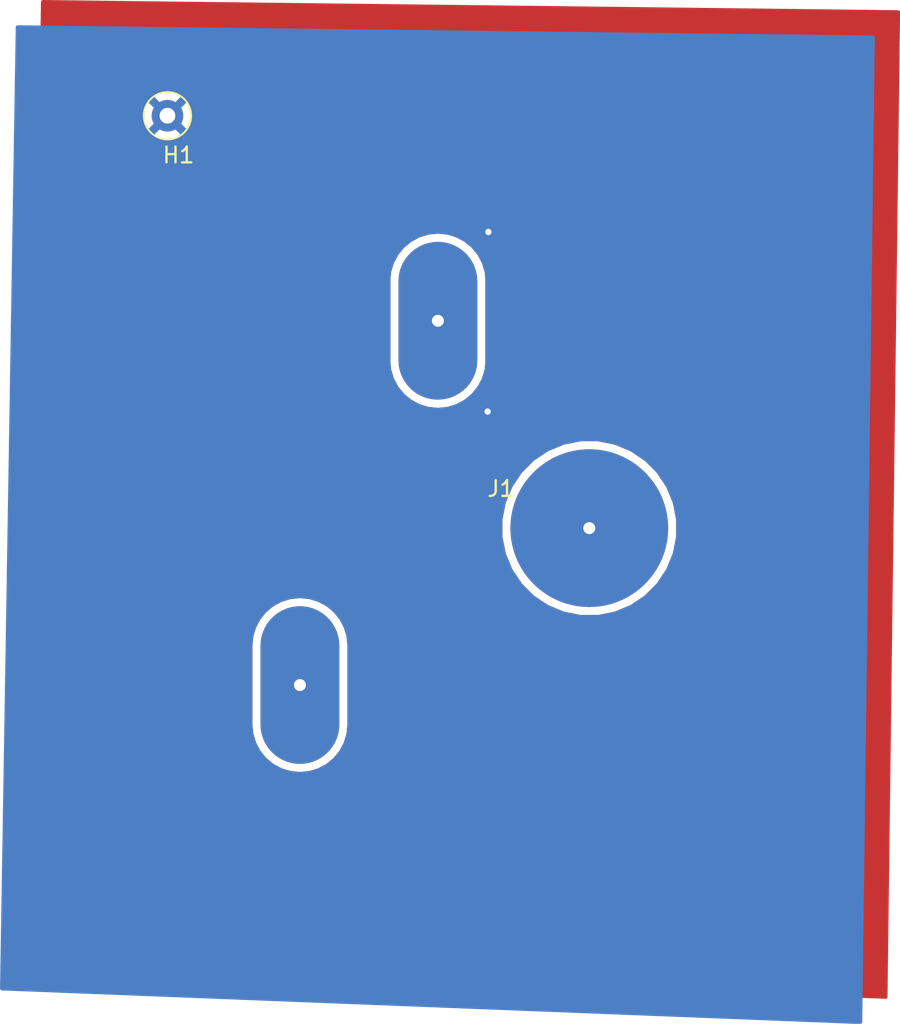
<source format=kicad_pcb>
(kicad_pcb (version 20171130) (host pcbnew "(5.1.4-62-g8d04d3903)-1")

  (general
    (thickness 1.6)
    (drawings 0)
    (tracks 2)
    (zones 0)
    (modules 2)
    (nets 5)
  )

  (page A4)
  (layers
    (0 F.Cu signal)
    (31 B.Cu signal)
    (32 B.Adhes user)
    (33 F.Adhes user)
    (34 B.Paste user)
    (35 F.Paste user)
    (36 B.SilkS user)
    (37 F.SilkS user)
    (38 B.Mask user)
    (39 F.Mask user)
    (40 Dwgs.User user)
    (41 Cmts.User user)
    (42 Eco1.User user)
    (43 Eco2.User user)
    (44 Edge.Cuts user)
    (45 Margin user)
    (46 B.CrtYd user)
    (47 F.CrtYd user)
    (48 B.Fab user)
    (49 F.Fab user)
  )

  (setup
    (last_trace_width 0.25)
    (trace_clearance 0.2)
    (zone_clearance 0.508)
    (zone_45_only no)
    (trace_min 0.2)
    (via_size 0.8)
    (via_drill 0.4)
    (via_min_size 0.4)
    (via_min_drill 0.3)
    (uvia_size 0.3)
    (uvia_drill 0.1)
    (uvias_allowed no)
    (uvia_min_size 0.2)
    (uvia_min_drill 0.1)
    (edge_width 0.1)
    (segment_width 0.2)
    (pcb_text_width 0.3)
    (pcb_text_size 1.5 1.5)
    (mod_edge_width 0.15)
    (mod_text_size 1 1)
    (mod_text_width 0.15)
    (pad_size 3.302 3.302)
    (pad_drill 2.54)
    (pad_to_mask_clearance 0)
    (aux_axis_origin 0 0)
    (visible_elements 7FFFFFFF)
    (pcbplotparams
      (layerselection 0x010fc_ffffffff)
      (usegerberextensions false)
      (usegerberattributes false)
      (usegerberadvancedattributes false)
      (creategerberjobfile false)
      (excludeedgelayer true)
      (linewidth 0.100000)
      (plotframeref false)
      (viasonmask false)
      (mode 1)
      (useauxorigin false)
      (hpglpennumber 1)
      (hpglpenspeed 20)
      (hpglpendiameter 15.000000)
      (psnegative false)
      (psa4output false)
      (plotreference true)
      (plotvalue true)
      (plotinvisibletext false)
      (padsonsilk false)
      (subtractmaskfromsilk false)
      (outputformat 1)
      (mirror false)
      (drillshape 1)
      (scaleselection 1)
      (outputdirectory ""))
  )

  (net 0 "")
  (net 1 "Net-(J1-Pad3)")
  (net 2 "Net-(J1-Pad2)")
  (net 3 "Net-(J1-Pad1)")
  (net 4 GND)

  (net_class Default "This is the default net class."
    (clearance 0.2)
    (trace_width 0.25)
    (via_dia 0.8)
    (via_drill 0.4)
    (uvia_dia 0.3)
    (uvia_drill 0.1)
    (add_net GND)
    (add_net "Net-(J1-Pad1)")
    (add_net "Net-(J1-Pad2)")
    (add_net "Net-(J1-Pad3)")
  )

  (module TestPoint:TestPoint_Loop_D1.80mm_Drill1.0mm_Beaded (layer F.Cu) (tedit 5A0F774F) (tstamp 5D730DDC)
    (at 149.19 44.11)
    (descr "wire loop with bead as test point, loop diameter 1.8mm, hole diameter 1.0mm")
    (tags "test point wire loop bead")
    (path /5D72CC7E)
    (fp_text reference H1 (at 0.7 2.5) (layer F.SilkS)
      (effects (font (size 1 1) (thickness 0.15)))
    )
    (fp_text value MountingHole_Pad (at 0 -2.8) (layer F.Fab)
      (effects (font (size 1 1) (thickness 0.15)))
    )
    (fp_text user %R (at 0.7 2.5) (layer F.Fab)
      (effects (font (size 1 1) (thickness 0.15)))
    )
    (fp_circle (center 0 0) (end 1.3 0) (layer F.Fab) (width 0.12))
    (fp_line (start -0.9 0.2) (end -0.9 -0.2) (layer F.Fab) (width 0.12))
    (fp_line (start 0.9 0.2) (end -0.9 0.2) (layer F.Fab) (width 0.12))
    (fp_line (start 0.9 -0.2) (end 0.9 0.2) (layer F.Fab) (width 0.12))
    (fp_line (start -0.9 -0.2) (end 0.9 -0.2) (layer F.Fab) (width 0.12))
    (fp_circle (center 0 0) (end 1.5 0) (layer F.SilkS) (width 0.12))
    (fp_circle (center 0 0) (end 1.8 0) (layer F.CrtYd) (width 0.05))
    (pad 1 thru_hole circle (at 0 0) (size 2 2) (drill 1) (layers *.Cu *.Mask)
      (net 4 GND))
    (model ${KISYS3DMOD}/TestPoint.3dshapes/TestPoint_Loop_D1.80mm_Drill1.0mm_Beaded.wrl
      (at (xyz 0 0 0))
      (scale (xyz 1 1 1))
      (rotate (xyz 0 0 0))
    )
  )

  (module test:severalpads (layer F.Cu) (tedit 5D72BCBB) (tstamp 5D730CF6)
    (at 170.34 67.26)
    (path /5D72C24E)
    (fp_text reference J1 (at 0 0.5) (layer F.SilkS)
      (effects (font (size 1 1) (thickness 0.15)))
    )
    (fp_text value Conn_01x03_Female (at 0 -0.5) (layer F.Fab)
      (effects (font (size 1 1) (thickness 0.15)))
    )
    (pad 3 thru_hole roundrect (at -12.75 12.95) (size 5 10) (drill 0.762) (layers *.Cu *.Mask) (roundrect_rratio 0.5)
      (net 1 "Net-(J1-Pad3)"))
    (pad 2 thru_hole circle (at 5.6 3) (size 10 10) (drill 0.762) (layers *.Cu *.Mask)
      (net 2 "Net-(J1-Pad2)"))
    (pad 1 thru_hole oval (at -4 -10.15) (size 5 10) (drill 0.762) (layers *.Cu *.Mask)
      (net 3 "Net-(J1-Pad1)"))
  )

  (via (at 169.54 51.48) (size 0.8) (drill 0.4) (layers F.Cu B.Cu) (net 4))
  (via (at 169.49 62.87) (size 0.8) (drill 0.4) (layers F.Cu B.Cu) (net 4))

  (zone (net 4) (net_name GND) (layer F.Cu) (tstamp 0) (hatch edge 0.508)
    (connect_pads (clearance 0.508))
    (min_thickness 0.254)
    (fill yes (arc_segments 32) (thermal_gap 0.508) (thermal_bridge_width 0.508))
    (polygon
      (pts
        (xy 141.17 36.77) (xy 195.65 37.42) (xy 194.85 100.11) (xy 140.17 97.97)
      )
    )
    (filled_polygon
      (pts
        (xy 195.521388 37.545475) (xy 194.724674 99.977998) (xy 140.299011 97.847952) (xy 140.628062 77.71) (xy 154.451927 77.71)
        (xy 154.451927 82.71) (xy 154.512224 83.322207) (xy 154.690799 83.910888) (xy 154.980787 84.453419) (xy 155.371047 84.928952)
        (xy 155.84658 85.319212) (xy 156.389111 85.6092) (xy 156.977792 85.787775) (xy 157.589999 85.848072) (xy 157.590001 85.848072)
        (xy 158.202208 85.787775) (xy 158.790889 85.6092) (xy 159.33342 85.319212) (xy 159.808953 84.928952) (xy 160.199213 84.453419)
        (xy 160.489201 83.910888) (xy 160.667776 83.322207) (xy 160.728073 82.71) (xy 160.728073 77.71) (xy 160.667776 77.097793)
        (xy 160.489201 76.509112) (xy 160.199213 75.966581) (xy 159.808953 75.491048) (xy 159.33342 75.100788) (xy 158.790889 74.8108)
        (xy 158.202208 74.632225) (xy 157.590001 74.571928) (xy 157.589999 74.571928) (xy 156.977792 74.632225) (xy 156.389111 74.8108)
        (xy 155.84658 75.100788) (xy 155.371047 75.491048) (xy 154.980787 75.966581) (xy 154.690799 76.509112) (xy 154.512224 77.097793)
        (xy 154.451927 77.71) (xy 140.628062 77.71) (xy 140.758862 69.705001) (xy 170.305 69.705001) (xy 170.305 70.814999)
        (xy 170.52155 71.903669) (xy 170.946328 72.929173) (xy 171.56301 73.852103) (xy 172.347897 74.63699) (xy 173.270827 75.253672)
        (xy 174.296331 75.67845) (xy 175.385001 75.895) (xy 176.494999 75.895) (xy 177.583669 75.67845) (xy 178.609173 75.253672)
        (xy 179.532103 74.63699) (xy 180.31699 73.852103) (xy 180.933672 72.929173) (xy 181.35845 71.903669) (xy 181.575 70.814999)
        (xy 181.575 69.705001) (xy 181.35845 68.616331) (xy 180.933672 67.590827) (xy 180.31699 66.667897) (xy 179.532103 65.88301)
        (xy 178.609173 65.266328) (xy 177.583669 64.84155) (xy 176.494999 64.625) (xy 175.385001 64.625) (xy 174.296331 64.84155)
        (xy 173.270827 65.266328) (xy 172.347897 65.88301) (xy 171.56301 66.667897) (xy 170.946328 67.590827) (xy 170.52155 68.616331)
        (xy 170.305 69.705001) (xy 140.758862 69.705001) (xy 141.008029 54.455999) (xy 163.205 54.455999) (xy 163.205001 59.764002)
        (xy 163.250363 60.224567) (xy 163.429625 60.815517) (xy 163.720732 61.36014) (xy 164.112496 61.837505) (xy 164.589861 62.229269)
        (xy 165.134484 62.520376) (xy 165.725434 62.699638) (xy 166.34 62.760168) (xy 166.954567 62.699638) (xy 167.545517 62.520376)
        (xy 168.09014 62.229269) (xy 168.567505 61.837505) (xy 168.959269 61.36014) (xy 169.250376 60.815517) (xy 169.429638 60.224567)
        (xy 169.475 59.764002) (xy 169.475 54.455998) (xy 169.429638 53.995433) (xy 169.250376 53.404483) (xy 168.959269 52.85986)
        (xy 168.567505 52.382495) (xy 168.090139 51.990731) (xy 167.545516 51.699624) (xy 166.954566 51.520362) (xy 166.34 51.459832)
        (xy 165.725433 51.520362) (xy 165.134483 51.699624) (xy 164.58986 51.990731) (xy 164.112495 52.382495) (xy 163.720731 52.859861)
        (xy 163.429624 53.404484) (xy 163.250362 53.995434) (xy 163.205 54.455999) (xy 141.008029 54.455999) (xy 141.158529 45.245413)
        (xy 148.234192 45.245413) (xy 148.329956 45.509814) (xy 148.619571 45.650704) (xy 148.931108 45.732384) (xy 149.252595 45.751718)
        (xy 149.571675 45.707961) (xy 149.876088 45.602795) (xy 150.050044 45.509814) (xy 150.145808 45.245413) (xy 149.19 44.289605)
        (xy 148.234192 45.245413) (xy 141.158529 45.245413) (xy 141.176059 44.172595) (xy 147.548282 44.172595) (xy 147.592039 44.491675)
        (xy 147.697205 44.796088) (xy 147.790186 44.970044) (xy 148.054587 45.065808) (xy 149.010395 44.11) (xy 149.369605 44.11)
        (xy 150.325413 45.065808) (xy 150.589814 44.970044) (xy 150.730704 44.680429) (xy 150.812384 44.368892) (xy 150.831718 44.047405)
        (xy 150.787961 43.728325) (xy 150.682795 43.423912) (xy 150.589814 43.249956) (xy 150.325413 43.154192) (xy 149.369605 44.11)
        (xy 149.010395 44.11) (xy 148.054587 43.154192) (xy 147.790186 43.249956) (xy 147.649296 43.539571) (xy 147.567616 43.851108)
        (xy 147.548282 44.172595) (xy 141.176059 44.172595) (xy 141.195634 42.974587) (xy 148.234192 42.974587) (xy 149.19 43.930395)
        (xy 150.145808 42.974587) (xy 150.050044 42.710186) (xy 149.760429 42.569296) (xy 149.448892 42.487616) (xy 149.127405 42.468282)
        (xy 148.808325 42.512039) (xy 148.503912 42.617205) (xy 148.329956 42.710186) (xy 148.234192 42.974587) (xy 141.195634 42.974587)
        (xy 141.294917 36.898499)
      )
    )
  )
  (zone (net 4) (net_name GND) (layer B.Cu) (tstamp 5D730E5F) (hatch edge 0.508)
    (connect_pads (clearance 0.508))
    (min_thickness 0.254)
    (fill yes (arc_segments 32) (thermal_gap 0.508) (thermal_bridge_width 0.508))
    (polygon
      (pts
        (xy 139.57 38.37) (xy 194.05 39.02) (xy 193.25 101.71) (xy 138.57 99.57)
      )
    )
    (filled_polygon
      (pts
        (xy 193.921388 39.145475) (xy 193.124674 101.577998) (xy 138.699011 99.447952) (xy 139.054206 77.71) (xy 154.451927 77.71)
        (xy 154.451927 82.71) (xy 154.512224 83.322207) (xy 154.690799 83.910888) (xy 154.980787 84.453419) (xy 155.371047 84.928952)
        (xy 155.84658 85.319212) (xy 156.389111 85.6092) (xy 156.977792 85.787775) (xy 157.589999 85.848072) (xy 157.590001 85.848072)
        (xy 158.202208 85.787775) (xy 158.790889 85.6092) (xy 159.33342 85.319212) (xy 159.808953 84.928952) (xy 160.199213 84.453419)
        (xy 160.489201 83.910888) (xy 160.667776 83.322207) (xy 160.728073 82.71) (xy 160.728073 77.71) (xy 160.667776 77.097793)
        (xy 160.489201 76.509112) (xy 160.199213 75.966581) (xy 159.808953 75.491048) (xy 159.33342 75.100788) (xy 158.790889 74.8108)
        (xy 158.202208 74.632225) (xy 157.590001 74.571928) (xy 157.589999 74.571928) (xy 156.977792 74.632225) (xy 156.389111 74.8108)
        (xy 155.84658 75.100788) (xy 155.371047 75.491048) (xy 154.980787 75.966581) (xy 154.690799 76.509112) (xy 154.512224 77.097793)
        (xy 154.451927 77.71) (xy 139.054206 77.71) (xy 139.185006 69.705001) (xy 170.305 69.705001) (xy 170.305 70.814999)
        (xy 170.52155 71.903669) (xy 170.946328 72.929173) (xy 171.56301 73.852103) (xy 172.347897 74.63699) (xy 173.270827 75.253672)
        (xy 174.296331 75.67845) (xy 175.385001 75.895) (xy 176.494999 75.895) (xy 177.583669 75.67845) (xy 178.609173 75.253672)
        (xy 179.532103 74.63699) (xy 180.31699 73.852103) (xy 180.933672 72.929173) (xy 181.35845 71.903669) (xy 181.575 70.814999)
        (xy 181.575 69.705001) (xy 181.35845 68.616331) (xy 180.933672 67.590827) (xy 180.31699 66.667897) (xy 179.532103 65.88301)
        (xy 178.609173 65.266328) (xy 177.583669 64.84155) (xy 176.494999 64.625) (xy 175.385001 64.625) (xy 174.296331 64.84155)
        (xy 173.270827 65.266328) (xy 172.347897 65.88301) (xy 171.56301 66.667897) (xy 170.946328 67.590827) (xy 170.52155 68.616331)
        (xy 170.305 69.705001) (xy 139.185006 69.705001) (xy 139.434173 54.455999) (xy 163.205 54.455999) (xy 163.205001 59.764002)
        (xy 163.250363 60.224567) (xy 163.429625 60.815517) (xy 163.720732 61.36014) (xy 164.112496 61.837505) (xy 164.589861 62.229269)
        (xy 165.134484 62.520376) (xy 165.725434 62.699638) (xy 166.34 62.760168) (xy 166.954567 62.699638) (xy 167.545517 62.520376)
        (xy 168.09014 62.229269) (xy 168.567505 61.837505) (xy 168.959269 61.36014) (xy 169.250376 60.815517) (xy 169.429638 60.224567)
        (xy 169.475 59.764002) (xy 169.475 54.455998) (xy 169.429638 53.995433) (xy 169.250376 53.404483) (xy 168.959269 52.85986)
        (xy 168.567505 52.382495) (xy 168.090139 51.990731) (xy 167.545516 51.699624) (xy 166.954566 51.520362) (xy 166.34 51.459832)
        (xy 165.725433 51.520362) (xy 165.134483 51.699624) (xy 164.58986 51.990731) (xy 164.112495 52.382495) (xy 163.720731 52.859861)
        (xy 163.429624 53.404484) (xy 163.250362 53.995434) (xy 163.205 54.455999) (xy 139.434173 54.455999) (xy 139.584673 45.245413)
        (xy 148.234192 45.245413) (xy 148.329956 45.509814) (xy 148.619571 45.650704) (xy 148.931108 45.732384) (xy 149.252595 45.751718)
        (xy 149.571675 45.707961) (xy 149.876088 45.602795) (xy 150.050044 45.509814) (xy 150.145808 45.245413) (xy 149.19 44.289605)
        (xy 148.234192 45.245413) (xy 139.584673 45.245413) (xy 139.602203 44.172595) (xy 147.548282 44.172595) (xy 147.592039 44.491675)
        (xy 147.697205 44.796088) (xy 147.790186 44.970044) (xy 148.054587 45.065808) (xy 149.010395 44.11) (xy 149.369605 44.11)
        (xy 150.325413 45.065808) (xy 150.589814 44.970044) (xy 150.730704 44.680429) (xy 150.812384 44.368892) (xy 150.831718 44.047405)
        (xy 150.787961 43.728325) (xy 150.682795 43.423912) (xy 150.589814 43.249956) (xy 150.325413 43.154192) (xy 149.369605 44.11)
        (xy 149.010395 44.11) (xy 148.054587 43.154192) (xy 147.790186 43.249956) (xy 147.649296 43.539571) (xy 147.567616 43.851108)
        (xy 147.548282 44.172595) (xy 139.602203 44.172595) (xy 139.621778 42.974587) (xy 148.234192 42.974587) (xy 149.19 43.930395)
        (xy 150.145808 42.974587) (xy 150.050044 42.710186) (xy 149.760429 42.569296) (xy 149.448892 42.487616) (xy 149.127405 42.468282)
        (xy 148.808325 42.512039) (xy 148.503912 42.617205) (xy 148.329956 42.710186) (xy 148.234192 42.974587) (xy 139.621778 42.974587)
        (xy 139.694917 38.498499)
      )
    )
  )
)

</source>
